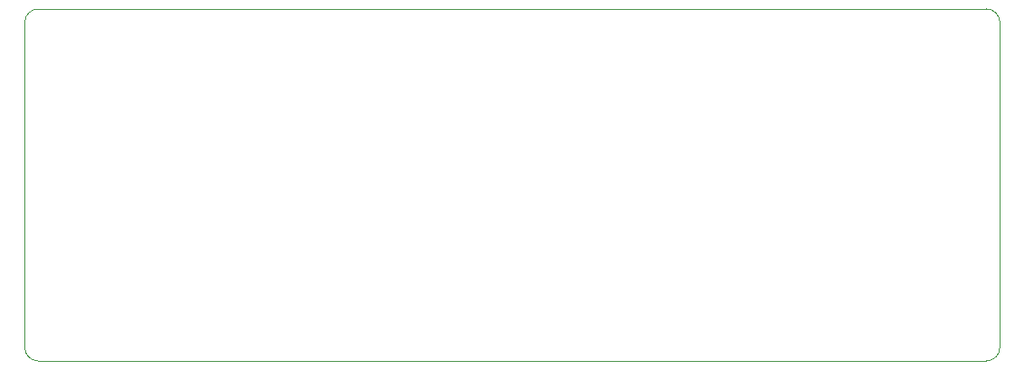
<source format=gbr>
%TF.GenerationSoftware,KiCad,Pcbnew,5.1.6*%
%TF.CreationDate,2020-06-13T14:07:02-07:00*%
%TF.ProjectId,pcb-lab-1,7063622d-6c61-4622-9d31-2e6b69636164,rev?*%
%TF.SameCoordinates,Original*%
%TF.FileFunction,Profile,NP*%
%FSLAX46Y46*%
G04 Gerber Fmt 4.6, Leading zero omitted, Abs format (unit mm)*
G04 Created by KiCad (PCBNEW 5.1.6) date 2020-06-13 14:07:02*
%MOMM*%
%LPD*%
G01*
G04 APERTURE LIST*
%TA.AperFunction,Profile*%
%ADD10C,0.050000*%
%TD*%
G04 APERTURE END LIST*
D10*
X105410000Y-73660000D02*
X105410000Y-104140000D01*
X196850000Y-73660000D02*
X196850000Y-104140000D01*
X195580000Y-105410000D02*
X106680000Y-105410000D01*
X106680000Y-105410000D02*
G75*
G02*
X105410000Y-104140000I0J1270000D01*
G01*
X196850000Y-104140000D02*
G75*
G02*
X195580000Y-105410000I-1270000J0D01*
G01*
X106680000Y-72390000D02*
X195580000Y-72390000D01*
X105410000Y-73660000D02*
G75*
G02*
X106680000Y-72390000I1270000J0D01*
G01*
X195580000Y-72390000D02*
G75*
G02*
X196850000Y-73660000I0J-1270000D01*
G01*
M02*

</source>
